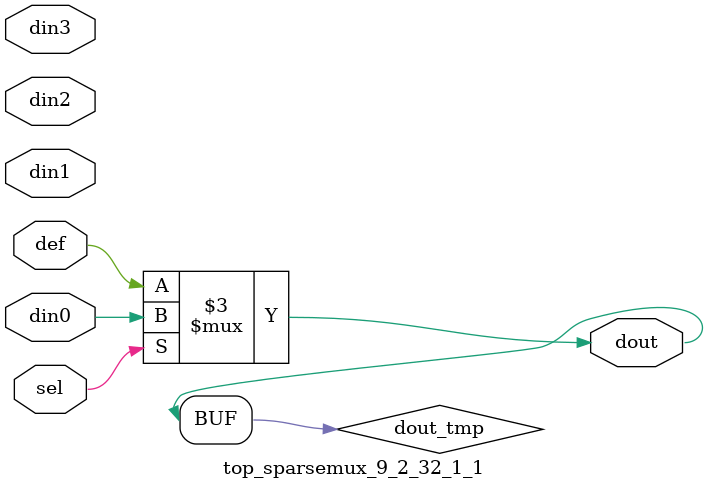
<source format=v>
`timescale 1ns / 1ps

module top_sparsemux_9_2_32_1_1 (din0,din1,din2,din3,def,sel,dout);

parameter din0_WIDTH = 1;

parameter din1_WIDTH = 1;

parameter din2_WIDTH = 1;

parameter din3_WIDTH = 1;

parameter def_WIDTH = 1;
parameter sel_WIDTH = 1;
parameter dout_WIDTH = 1;

parameter [sel_WIDTH-1:0] CASE0 = 1;

parameter [sel_WIDTH-1:0] CASE1 = 1;

parameter [sel_WIDTH-1:0] CASE2 = 1;

parameter [sel_WIDTH-1:0] CASE3 = 1;

parameter ID = 1;
parameter NUM_STAGE = 1;



input [din0_WIDTH-1:0] din0;

input [din1_WIDTH-1:0] din1;

input [din2_WIDTH-1:0] din2;

input [din3_WIDTH-1:0] din3;

input [def_WIDTH-1:0] def;
input [sel_WIDTH-1:0] sel;

output [dout_WIDTH-1:0] dout;



reg [dout_WIDTH-1:0] dout_tmp;


always @ (*) begin
(* parallel_case *) case (sel)
    
    CASE0 : dout_tmp = din0;
    
    CASE1 : dout_tmp = din1;
    
    CASE2 : dout_tmp = din2;
    
    CASE3 : dout_tmp = din3;
    
    default : dout_tmp = def;
endcase
end


assign dout = dout_tmp;



endmodule

</source>
